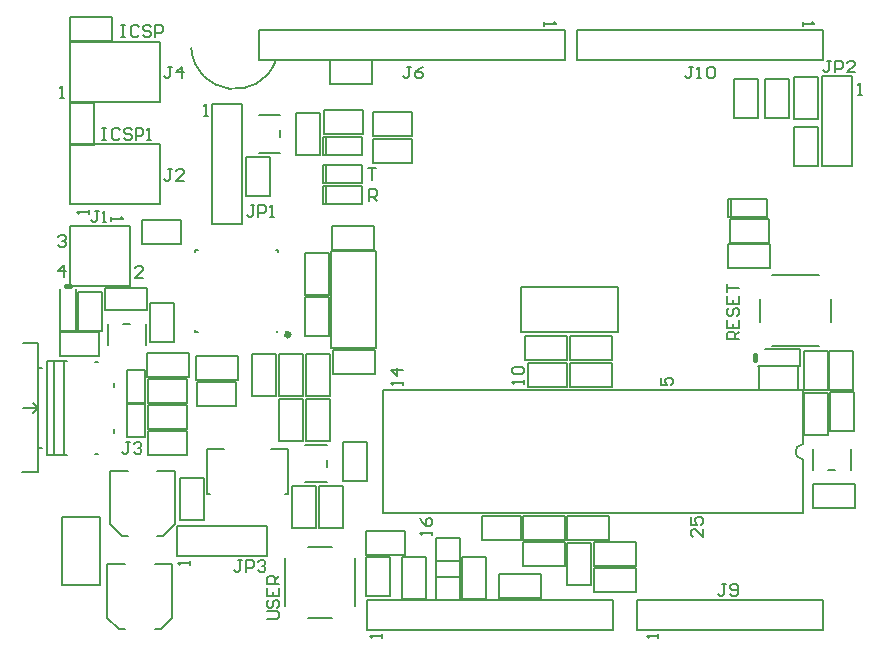
<source format=gto>
G04*
G04 #@! TF.GenerationSoftware,Altium Limited,Altium Designer,21.6.4 (81)*
G04*
G04 Layer_Color=65535*
%FSLAX44Y44*%
%MOMM*%
G71*
G04*
G04 #@! TF.SameCoordinates,5A2D479A-7A81-4301-8FED-CA8905A59E07*
G04*
G04*
G04 #@! TF.FilePolarity,Positive*
G04*
G01*
G75*
%ADD10C,0.2000*%
%ADD11C,0.5000*%
%ADD12C,0.4000*%
D10*
X115475Y505653D02*
G03*
X187152Y495300I36925J2347D01*
G01*
X633350Y170180D02*
G03*
X633350Y157480I0J-6350D01*
G01*
X260510Y432840D02*
Y453160D01*
X227490D02*
X260510D01*
X227490Y432840D02*
Y453160D01*
Y432840D02*
X260510D01*
X571490Y340840D02*
X604510D01*
X571490D02*
Y361160D01*
X604510D01*
Y340840D02*
Y361160D01*
X161840Y380490D02*
X182160D01*
Y413510D01*
X161840D02*
X182160D01*
X161840Y380490D02*
Y413510D01*
X269240Y451660D02*
X302260D01*
Y431340D02*
Y451660D01*
X269240Y431340D02*
X302260D01*
X269240D02*
Y451660D01*
Y408340D02*
Y428660D01*
Y408340D02*
X302260D01*
Y428660D01*
X269240D02*
X302260D01*
X120490Y223160D02*
X153510D01*
Y202840D02*
Y223160D01*
X120490Y202840D02*
X153510D01*
X120490D02*
Y223160D01*
X106510Y339840D02*
Y360160D01*
X73490D02*
X106510D01*
X73490Y339840D02*
Y360160D01*
Y339840D02*
X106510D01*
X78490Y225160D02*
X111510D01*
Y204840D02*
Y225160D01*
X78490Y204840D02*
X111510D01*
X78490D02*
Y225160D01*
Y182840D02*
Y203160D01*
Y182840D02*
X111510D01*
Y203160D01*
X78490D02*
X111510D01*
X78490Y181160D02*
X111510D01*
Y160840D02*
Y181160D01*
X78490Y160840D02*
X111510D01*
X78490D02*
Y181160D01*
X211840Y261490D02*
X232160D01*
Y294510D01*
X211840D02*
X232160D01*
X211840Y261490D02*
Y294510D01*
X600840Y446490D02*
Y479510D01*
X621160D01*
Y446490D02*
Y479510D01*
X600840Y446490D02*
X621160D01*
X574840D02*
X595160D01*
Y479510D01*
X574840D02*
X595160D01*
X574840Y446490D02*
Y479510D01*
X625840Y405740D02*
Y438760D01*
X646160D01*
Y405740D02*
Y438760D01*
X625840Y405740D02*
X646160D01*
X322840Y90510D02*
X343160D01*
X322840Y57490D02*
Y90510D01*
Y57490D02*
X343160D01*
Y90510D01*
Y38490D02*
Y71510D01*
X322840Y38490D02*
X343160D01*
X322840D02*
Y71510D01*
X343160D01*
X394510Y89090D02*
Y109410D01*
X361490D02*
X394510D01*
X361490Y89090D02*
Y109410D01*
Y89090D02*
X394510D01*
X400490Y218840D02*
X433510D01*
X400490D02*
Y239160D01*
X433510D01*
Y218840D02*
Y239160D01*
X4490Y244840D02*
Y265160D01*
Y244840D02*
X37510D01*
Y265160D01*
X4490D02*
X37510D01*
X243840Y139490D02*
Y172510D01*
X264160D01*
Y139490D02*
Y172510D01*
X243840Y139490D02*
X264160D01*
X296510Y76840D02*
Y97160D01*
X263490D02*
X296510D01*
X263490Y76840D02*
Y97160D01*
Y76840D02*
X296510D01*
X654910Y215740D02*
Y248760D01*
X634590Y215740D02*
X654910D01*
X634590D02*
Y248760D01*
X654910D01*
X80840Y289510D02*
X101160D01*
X80840Y256490D02*
Y289510D01*
Y256490D02*
X101160D01*
Y289510D01*
X596490Y236160D02*
X629510D01*
Y215840D02*
Y236160D01*
X596490Y215840D02*
X629510D01*
X596490D02*
Y236160D01*
X19840Y266490D02*
X40160D01*
Y299510D01*
X19840D02*
X40160D01*
X19840Y266490D02*
Y299510D01*
X656590Y181740D02*
Y214760D01*
X676910D01*
Y181740D02*
Y214760D01*
X656590Y181740D02*
X676910D01*
X263840Y74510D02*
X284160D01*
X263840Y41490D02*
Y74510D01*
Y41490D02*
X284160D01*
Y74510D01*
X675910Y215740D02*
Y248760D01*
X655590Y215740D02*
X675910D01*
X655590D02*
Y248760D01*
X675910D01*
X4000Y266000D02*
Y302000D01*
Y266000D02*
X18000D01*
Y302000D01*
X601250Y250500D02*
X631000D01*
Y236500D02*
Y250500D01*
X595000Y236500D02*
X631000D01*
X214500Y83500D02*
X234500D01*
X214500Y23500D02*
X234500D01*
X194500Y33500D02*
Y73500D01*
X254500Y33500D02*
Y73500D01*
X606750Y253500D02*
X646750D01*
X606750Y313500D02*
X646750D01*
X596750Y273500D02*
Y293500D01*
X656750Y273500D02*
Y293500D01*
X172720Y520700D02*
X431800D01*
X172720Y495300D02*
Y520700D01*
Y495300D02*
X431800D01*
Y520700D01*
X264160Y12700D02*
X472440D01*
Y38100D01*
X264160D02*
X472440D01*
X264160Y12700D02*
Y38100D01*
X441960Y520700D02*
X650240D01*
X441960Y495300D02*
Y520700D01*
Y495300D02*
X650240D01*
Y520700D01*
X492760Y12700D02*
Y38100D01*
X650240D01*
Y12700D02*
Y38100D01*
X492760Y12700D02*
X650240D01*
X133300Y458700D02*
X158700D01*
Y357100D02*
Y458700D01*
X133300Y357100D02*
Y458700D01*
Y357100D02*
X158700D01*
X649300Y481700D02*
X674700D01*
Y405500D02*
Y481700D01*
X649300Y405500D02*
X674700D01*
X649300D02*
Y481700D01*
X103500Y75300D02*
Y100700D01*
X179700D01*
Y75300D02*
Y100700D01*
X103500Y75300D02*
X179700D01*
X129000Y128250D02*
X131000D01*
X195000D02*
X197000D01*
Y166250D01*
X183000D02*
X197000D01*
X129000D02*
X143000D01*
X129000Y128250D02*
Y166250D01*
X12700Y424180D02*
X88900D01*
Y373380D02*
Y424180D01*
X12700Y373380D02*
X88900D01*
X12700D02*
Y424180D01*
Y510540D02*
X88900D01*
Y459740D02*
Y510540D01*
X12700Y459740D02*
X88900D01*
X12700D02*
Y510540D01*
Y303900D02*
Y354700D01*
Y303900D02*
X63500D01*
X12700Y354700D02*
X63500D01*
Y303900D02*
Y354700D01*
X234000Y252000D02*
X272000D01*
Y334000D01*
X234000Y252000D02*
Y334000D01*
X272000D01*
X477000Y265000D02*
Y303000D01*
X395000D02*
X477000D01*
X395000Y265000D02*
X477000D01*
X395000D02*
Y303000D01*
X277550Y111830D02*
Y215830D01*
X633350D01*
Y170180D02*
Y215830D01*
X277550Y111830D02*
X633350D01*
Y157480D01*
X173000Y449000D02*
X191000D01*
X173000Y417000D02*
X191000D01*
Y430000D02*
Y436000D01*
X212000Y170000D02*
X230000D01*
X212000Y138000D02*
X230000D01*
Y151000D02*
Y157000D01*
X45000Y254000D02*
Y272000D01*
X77000Y254000D02*
Y272000D01*
X58000D02*
X64000D01*
X673750Y148500D02*
Y166500D01*
X641750Y148500D02*
Y166500D01*
X654750Y148500D02*
X660750D01*
X101500Y102500D02*
Y147750D01*
X86500D02*
X101500D01*
X46500Y147500D02*
X61500D01*
X56500Y92500D02*
X61500D01*
X46500Y102500D02*
Y147500D01*
Y102500D02*
X56500Y92500D01*
X86500D02*
X91500D01*
X101500Y102500D01*
X99500Y23500D02*
Y68750D01*
X84500D02*
X99500D01*
X44500Y68500D02*
X59500D01*
X54500Y13500D02*
X59500D01*
X44500Y23500D02*
Y68500D01*
Y23500D02*
X54500Y13500D01*
X84500D02*
X89500D01*
X99500Y23500D01*
X6000Y109000D02*
X38000D01*
X6000Y51000D02*
Y109000D01*
Y51000D02*
X38000D01*
Y109000D01*
X229760Y415380D02*
Y430620D01*
Y415380D02*
X260240D01*
Y430620D01*
X229760D02*
X260240D01*
X227220Y415380D02*
Y430620D01*
X229760D01*
X227220Y415380D02*
X229760D01*
X572510Y362380D02*
Y377620D01*
Y362380D02*
X602990D01*
Y377620D01*
X572510D02*
X602990D01*
X569970Y362380D02*
Y377620D01*
X572510D01*
X569970Y362380D02*
X572510D01*
X229760Y391380D02*
Y406620D01*
Y391380D02*
X260240D01*
Y406620D01*
X229760D02*
X260240D01*
X227220Y391380D02*
Y406620D01*
X229760D01*
X227220Y391380D02*
X229760D01*
Y373380D02*
Y388620D01*
Y373380D02*
X260240D01*
Y388620D01*
X229760D02*
X260240D01*
X227220Y373380D02*
Y388620D01*
X229760D01*
X227220Y373380D02*
X229760D01*
X-18630Y197000D02*
X-14630Y201000D01*
X-18630Y205000D02*
X-14630Y201000D01*
X-26630D02*
X-14630D01*
X7370Y161000D02*
Y240993D01*
X-6630Y161000D02*
X10370D01*
X-6630D02*
Y241000D01*
X10370D01*
X50370Y180000D02*
Y183000D01*
Y219000D02*
Y222000D01*
X34370Y162000D02*
X36370D01*
X34370Y240000D02*
X36370D01*
X-517Y161116D02*
Y241000D01*
X-14630Y147000D02*
Y256000D01*
X-26630D02*
X-14630D01*
X-27630Y147000D02*
X-14630D01*
Y234465D02*
X-11095D01*
X-14630Y167241D02*
X-10871D01*
X187000Y335000D02*
X189000D01*
Y333000D02*
Y335000D01*
X119000D02*
X121000D01*
X119000Y333000D02*
Y335000D01*
Y265000D02*
X121000D01*
X119000D02*
Y267000D01*
X188000Y265000D02*
X189000Y266000D01*
X61380Y232970D02*
X76620D01*
X61380Y205030D02*
Y232970D01*
Y205030D02*
X76620D01*
Y232970D01*
X61380Y176030D02*
X76620D01*
Y203970D01*
X61380D02*
X76620D01*
X61380Y176030D02*
Y203970D01*
X376220Y39840D02*
X411780D01*
X376220Y60160D02*
X411780D01*
X376220Y39840D02*
Y60160D01*
X411780Y39840D02*
Y60160D01*
X314160Y39220D02*
Y74780D01*
X293840Y39220D02*
Y74780D01*
Y39220D02*
X314160D01*
X293840Y74780D02*
X314160D01*
X365160Y39220D02*
Y74780D01*
X344840Y39220D02*
Y74780D01*
Y39220D02*
X365160D01*
X344840Y74780D02*
X365160D01*
X569970Y319840D02*
X605530D01*
X569970Y340160D02*
X605530D01*
X569970Y319840D02*
Y340160D01*
X605530Y319840D02*
Y340160D01*
X203840Y415220D02*
Y450780D01*
X224160Y415220D02*
Y450780D01*
X203840D02*
X224160D01*
X203840Y415220D02*
X224160D01*
X212840Y211220D02*
Y246780D01*
X233160Y211220D02*
Y246780D01*
X212840D02*
X233160D01*
X212840Y211220D02*
X233160D01*
X210160D02*
Y246780D01*
X189840Y211220D02*
Y246780D01*
Y211220D02*
X210160D01*
X189840Y246780D02*
X210160D01*
X211840Y296220D02*
Y331780D01*
X232160Y296220D02*
Y331780D01*
X211840D02*
X232160D01*
X211840Y296220D02*
X232160D01*
X166840Y211220D02*
Y246780D01*
X187160Y211220D02*
Y246780D01*
X166840D02*
X187160D01*
X166840Y211220D02*
X187160D01*
X119220Y224840D02*
X154780D01*
X119220Y245160D02*
X154780D01*
X119220Y224840D02*
Y245160D01*
X154780Y224840D02*
Y245160D01*
X33160Y423970D02*
Y459530D01*
X12840Y423970D02*
Y459530D01*
Y423970D02*
X33160D01*
X12840Y459530D02*
X33160D01*
X234220Y334840D02*
X269780D01*
X234220Y355160D02*
X269780D01*
X234220Y334840D02*
Y355160D01*
X269780Y334840D02*
Y355160D01*
X235220Y229840D02*
X270780D01*
X235220Y250160D02*
X270780D01*
X235220Y229840D02*
Y250160D01*
X270780Y229840D02*
Y250160D01*
X625840Y445220D02*
Y480780D01*
X646160Y445220D02*
Y480780D01*
X625840D02*
X646160D01*
X625840Y445220D02*
X646160D01*
X126160Y106220D02*
Y141780D01*
X105840Y106220D02*
Y141780D01*
Y106220D02*
X126160D01*
X105840Y141780D02*
X126160D01*
X200840Y99220D02*
Y134780D01*
X221160Y99220D02*
Y134780D01*
X200840D02*
X221160D01*
X200840Y99220D02*
X221160D01*
X13220Y511840D02*
X48780D01*
X13220Y532160D02*
X48780D01*
X13220Y511840D02*
Y532160D01*
X48780Y511840D02*
Y532160D01*
X456220Y87410D02*
X491780D01*
X456220Y67090D02*
X491780D01*
Y87410D01*
X456220Y67090D02*
Y87410D01*
X436220Y239160D02*
X471780D01*
X436220Y218840D02*
X471780D01*
Y239160D01*
X436220Y218840D02*
Y239160D01*
X233220Y474840D02*
X268780D01*
X233220Y495160D02*
X268780D01*
X233220Y474840D02*
Y495160D01*
X268780Y474840D02*
Y495160D01*
X396220Y87410D02*
X431780D01*
X396220Y67090D02*
X431780D01*
Y87410D01*
X396220Y67090D02*
Y87410D01*
Y109410D02*
X431780D01*
X396220Y89090D02*
X431780D01*
Y109410D01*
X396220Y89090D02*
Y109410D01*
X433220Y89090D02*
X468780D01*
X433220Y109410D02*
X468780D01*
X433220Y89090D02*
Y109410D01*
X468780Y89090D02*
Y109410D01*
X398220Y262160D02*
X433780D01*
X398220Y241840D02*
X433780D01*
Y262160D01*
X398220Y241840D02*
Y262160D01*
X436220Y241840D02*
X471780D01*
X436220Y262160D02*
X471780D01*
X436220Y241840D02*
Y262160D01*
X471780Y241840D02*
Y262160D01*
X42220Y283500D02*
X77780D01*
X42220Y302160D02*
X77780D01*
X42220Y283500D02*
Y302160D01*
X77780Y283500D02*
Y302160D01*
X233160Y173220D02*
Y208780D01*
X212840Y173220D02*
Y208780D01*
Y173220D02*
X233160D01*
X212840Y208780D02*
X233160D01*
X642220Y115840D02*
X677780D01*
X642220Y136160D02*
X677780D01*
X642220Y115840D02*
Y136160D01*
X677780Y115840D02*
Y136160D01*
X78220Y226840D02*
X113780D01*
X78220Y247160D02*
X113780D01*
X78220Y226840D02*
Y247160D01*
X113780Y226840D02*
Y247160D01*
X244160Y99220D02*
Y134780D01*
X223840Y99220D02*
Y134780D01*
Y99220D02*
X244160D01*
X223840Y134780D02*
X244160D01*
X634590Y178470D02*
Y214030D01*
X654910Y178470D02*
Y214030D01*
X634590D02*
X654910D01*
X634590Y178470D02*
X654910D01*
X189840Y173220D02*
Y208780D01*
X210160Y173220D02*
Y208780D01*
X189840D02*
X210160D01*
X189840Y173220D02*
X210160D01*
X456220Y65410D02*
X491780D01*
X456220Y45090D02*
X491780D01*
Y65410D01*
X456220Y45090D02*
Y65410D01*
X433840Y51470D02*
Y87030D01*
X454160Y51470D02*
Y87030D01*
X433840D02*
X454160D01*
X433840Y51470D02*
X454160D01*
X114000Y68000D02*
Y71332D01*
Y69666D01*
X104003D01*
X105669Y68000D01*
X414000Y528000D02*
Y524668D01*
Y526334D01*
X423997D01*
X422331Y528000D01*
X277000Y6000D02*
Y9332D01*
Y7666D01*
X267003D01*
X268669Y6000D01*
X633000Y528000D02*
Y524668D01*
Y526334D01*
X642997D01*
X641331Y528000D01*
X511000Y6000D02*
Y9332D01*
Y7666D01*
X501003D01*
X502669Y6000D01*
X126000Y448000D02*
X129332D01*
X127666D01*
Y457997D01*
X126000Y456331D01*
X680000Y466000D02*
X683332D01*
X681666D01*
Y475997D01*
X680000Y474331D01*
X28480Y365220D02*
Y368552D01*
Y366886D01*
X18483D01*
X20149Y365220D01*
X4500Y463500D02*
X7832D01*
X6166D01*
Y473497D01*
X4500Y471831D01*
X47720Y362860D02*
Y359528D01*
Y361194D01*
X57717D01*
X56051Y362860D01*
X265000Y403997D02*
X271665D01*
X268332D01*
Y394000D01*
X266000Y376000D02*
Y385997D01*
X270998D01*
X272665Y384331D01*
Y380998D01*
X270998Y379332D01*
X266000D01*
X269332D02*
X272665Y376000D01*
X549000Y98665D02*
Y92000D01*
X542335Y98665D01*
X540669D01*
X539003Y96998D01*
Y93666D01*
X540669Y92000D01*
X539003Y108661D02*
Y101997D01*
X544002D01*
X542335Y105329D01*
Y106995D01*
X544002Y108661D01*
X547334D01*
X549000Y106995D01*
Y103663D01*
X547334Y101997D01*
X319000Y93000D02*
Y96332D01*
Y94666D01*
X309003D01*
X310669Y93000D01*
X309003Y107995D02*
X310669Y104663D01*
X314002Y101331D01*
X317334D01*
X319000Y102997D01*
Y106329D01*
X317334Y107995D01*
X315668D01*
X314002Y106329D01*
Y101331D01*
X295000Y220000D02*
Y223332D01*
Y221666D01*
X285003D01*
X286669Y220000D01*
X295000Y233329D02*
X285003D01*
X290002Y228331D01*
Y234995D01*
X397000Y221000D02*
Y224332D01*
Y222666D01*
X387003D01*
X388669Y221000D01*
Y229331D02*
X387003Y230997D01*
Y234329D01*
X388669Y235995D01*
X395334D01*
X397000Y234329D01*
Y230997D01*
X395334Y229331D01*
X388669D01*
X513003Y226665D02*
Y220000D01*
X518002D01*
X516335Y223332D01*
Y224998D01*
X518002Y226665D01*
X521334D01*
X523000Y224998D01*
Y221666D01*
X521334Y220000D01*
X3000Y345331D02*
X4666Y346997D01*
X7998D01*
X9664Y345331D01*
Y343665D01*
X7998Y341998D01*
X6332D01*
X7998D01*
X9664Y340332D01*
Y338666D01*
X7998Y337000D01*
X4666D01*
X3000Y338666D01*
X7998Y312000D02*
Y321997D01*
X3000Y316998D01*
X9664D01*
X74665Y311000D02*
X68000D01*
X74665Y317665D01*
Y319331D01*
X72998Y320997D01*
X69666D01*
X68000Y319331D01*
X56250Y524997D02*
X59582D01*
X57916D01*
Y515000D01*
X56250D01*
X59582D01*
X71245Y523331D02*
X69579Y524997D01*
X66247D01*
X64581Y523331D01*
Y516666D01*
X66247Y515000D01*
X69579D01*
X71245Y516666D01*
X81242Y523331D02*
X79576Y524997D01*
X76244D01*
X74577Y523331D01*
Y521665D01*
X76244Y519998D01*
X79576D01*
X81242Y518332D01*
Y516666D01*
X79576Y515000D01*
X76244D01*
X74577Y516666D01*
X84574Y515000D02*
Y524997D01*
X89573D01*
X91239Y523331D01*
Y519998D01*
X89573Y518332D01*
X84574D01*
X40000Y437997D02*
X43332D01*
X41666D01*
Y428000D01*
X40000D01*
X43332D01*
X54995Y436331D02*
X53329Y437997D01*
X49997D01*
X48331Y436331D01*
Y429666D01*
X49997Y428000D01*
X53329D01*
X54995Y429666D01*
X64992Y436331D02*
X63326Y437997D01*
X59994D01*
X58327Y436331D01*
Y434664D01*
X59994Y432998D01*
X63326D01*
X64992Y431332D01*
Y429666D01*
X63326Y428000D01*
X59994D01*
X58327Y429666D01*
X68324Y428000D02*
Y437997D01*
X73323D01*
X74989Y436331D01*
Y432998D01*
X73323Y431332D01*
X68324D01*
X78321Y428000D02*
X81653D01*
X79987D01*
Y437997D01*
X78321Y436331D01*
X180003Y22000D02*
X188334D01*
X190000Y23666D01*
Y26998D01*
X188334Y28665D01*
X180003D01*
X181669Y38661D02*
X180003Y36995D01*
Y33663D01*
X181669Y31997D01*
X183335D01*
X185002Y33663D01*
Y36995D01*
X186668Y38661D01*
X188334D01*
X190000Y36995D01*
Y33663D01*
X188334Y31997D01*
X180003Y48658D02*
Y41993D01*
X190000D01*
Y48658D01*
X185002Y41993D02*
Y45326D01*
X190000Y51990D02*
X180003D01*
Y56989D01*
X181669Y58655D01*
X185002D01*
X186668Y56989D01*
Y51990D01*
Y55323D02*
X190000Y58655D01*
X579000Y259000D02*
X569003D01*
Y263998D01*
X570669Y265665D01*
X574002D01*
X575668Y263998D01*
Y259000D01*
Y262332D02*
X579000Y265665D01*
X569003Y275661D02*
Y268997D01*
X579000D01*
Y275661D01*
X574002Y268997D02*
Y272329D01*
X570669Y285658D02*
X569003Y283992D01*
Y280660D01*
X570669Y278993D01*
X572336D01*
X574002Y280660D01*
Y283992D01*
X575668Y285658D01*
X577334D01*
X579000Y283992D01*
Y280660D01*
X577334Y278993D01*
X569003Y295655D02*
Y288990D01*
X579000D01*
Y295655D01*
X574002Y288990D02*
Y292323D01*
X569003Y298987D02*
Y305652D01*
Y302319D01*
X579000D01*
X301334Y489998D02*
X298002D01*
X299668D01*
Y481668D01*
X298002Y480002D01*
X296336D01*
X294669Y481668D01*
X311331Y489998D02*
X307998Y488332D01*
X304666Y485000D01*
Y481668D01*
X306332Y480002D01*
X309664D01*
X311331Y481668D01*
Y483334D01*
X309664Y485000D01*
X304666D01*
X158336Y71998D02*
X155003D01*
X156669D01*
Y63668D01*
X155003Y62002D01*
X153337D01*
X151671Y63668D01*
X161668Y62002D02*
Y71998D01*
X166666D01*
X168332Y70332D01*
Y67000D01*
X166666Y65334D01*
X161668D01*
X171665Y70332D02*
X173331Y71998D01*
X176663D01*
X178329Y70332D01*
Y68666D01*
X176663Y67000D01*
X174997D01*
X176663D01*
X178329Y65334D01*
Y63668D01*
X176663Y62002D01*
X173331D01*
X171665Y63668D01*
X657336Y494998D02*
X654003D01*
X655669D01*
Y486668D01*
X654003Y485002D01*
X652337D01*
X650671Y486668D01*
X660668Y485002D02*
Y494998D01*
X665666D01*
X667332Y493332D01*
Y490000D01*
X665666Y488334D01*
X660668D01*
X677329Y485002D02*
X670665D01*
X677329Y491666D01*
Y493332D01*
X675663Y494998D01*
X672331D01*
X670665Y493332D01*
X169002Y372998D02*
X165669D01*
X167335D01*
Y364668D01*
X165669Y363002D01*
X164003D01*
X162337Y364668D01*
X172334Y363002D02*
Y372998D01*
X177332D01*
X178998Y371332D01*
Y368000D01*
X177332Y366334D01*
X172334D01*
X182331Y363002D02*
X185663D01*
X183997D01*
Y372998D01*
X182331Y371332D01*
X540168Y489998D02*
X536836D01*
X538502D01*
Y481668D01*
X536836Y480002D01*
X535170D01*
X533504Y481668D01*
X543501Y480002D02*
X546833D01*
X545167D01*
Y489998D01*
X543501Y488332D01*
X551832D02*
X553498Y489998D01*
X556830D01*
X558496Y488332D01*
Y481668D01*
X556830Y480002D01*
X553498D01*
X551832Y481668D01*
Y488332D01*
X568334Y51998D02*
X565002D01*
X566668D01*
Y43668D01*
X565002Y42002D01*
X563335D01*
X561669Y43668D01*
X571666D02*
X573332Y42002D01*
X576665D01*
X578331Y43668D01*
Y50332D01*
X576665Y51998D01*
X573332D01*
X571666Y50332D01*
Y48666D01*
X573332Y47000D01*
X578331D01*
X99334Y489998D02*
X96002D01*
X97668D01*
Y481668D01*
X96002Y480002D01*
X94335D01*
X92669Y481668D01*
X107664Y480002D02*
Y489998D01*
X102666Y485000D01*
X109331D01*
X63334Y171998D02*
X60002D01*
X61668D01*
Y163668D01*
X60002Y162002D01*
X58335D01*
X56669Y163668D01*
X66666Y170332D02*
X68332Y171998D01*
X71665D01*
X73331Y170332D01*
Y168666D01*
X71665Y167000D01*
X69998D01*
X71665D01*
X73331Y165334D01*
Y163668D01*
X71665Y162002D01*
X68332D01*
X66666Y163668D01*
X99334Y402998D02*
X96002D01*
X97668D01*
Y394668D01*
X96002Y393002D01*
X94335D01*
X92669Y394668D01*
X109331Y393002D02*
X102666D01*
X109331Y399666D01*
Y401332D01*
X107664Y402998D01*
X104332D01*
X102666Y401332D01*
X37000Y367998D02*
X33668D01*
X35334D01*
Y359668D01*
X33668Y358002D01*
X32002D01*
X30336Y359668D01*
X40332Y358002D02*
X43664D01*
X41998D01*
Y367998D01*
X40332Y366332D01*
D11*
X198000Y263000D02*
G03*
X198000Y263000I-1000J0D01*
G01*
D12*
X9000Y304000D02*
X13000D01*
X593000Y241500D02*
Y245500D01*
M02*

</source>
